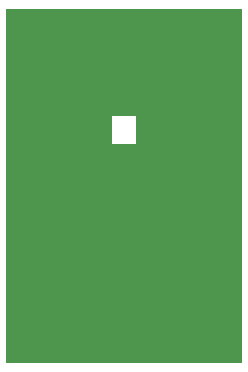
<source format=gbr>
%FSLAX44Y44*%
%MOMM*%
%ADD10C,5.0000*%
%LPD*%
G36*
G01*
X00002000Y00002000D02*
X00202000Y00002000D01*
X00202000Y00302000D01*
X00002000Y00302000D01*
X00002000Y00002000D01*
D02*
G37*
D10*
X00047000Y00040000D03*
D10*
X00157000Y00040000D03*
%LPC*%
G36*
G01*
X00091900Y00187350D02*
X00111800Y00187350D01*
X00111800Y00211450D01*
X00091900Y00211450D01*
X00091900Y00187350D01*
D02*
G37*
M02*

</source>
